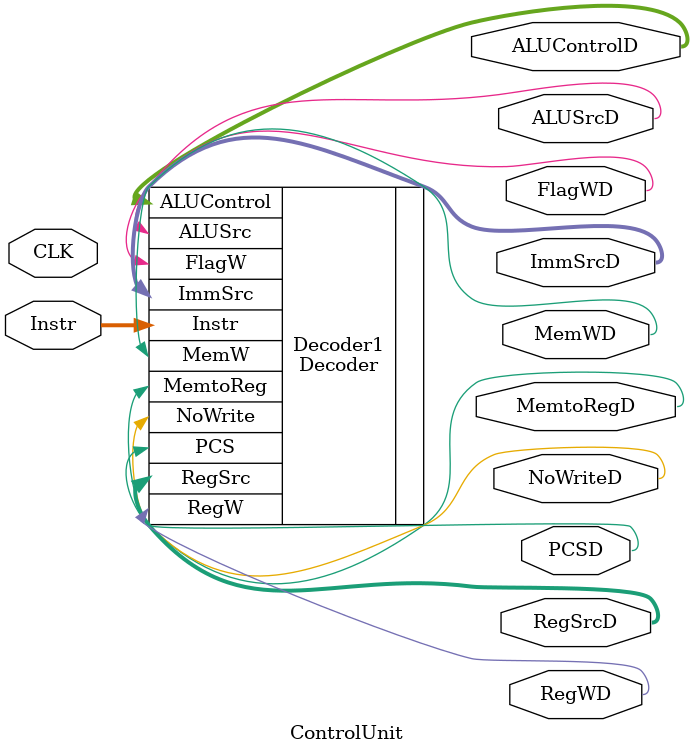
<source format=v>
module ControlUnit(
    input [31:0] Instr,
    input CLK,


    output PCSD,
    output RegWD,
    output MemWD, 
    output FlagWD,
    output [1:0]ALUControlD,
    output MemtoRegD,
    output ALUSrcD,
    output [1:0]ImmSrcD,
    output [1:0]RegSrcD,
    output NoWriteD//此处相比图上增加了Nowrite到condunit

    // output MemtoReg,
    // output MemWrite,
    // output ALUSrc,
    // output [1:0] ImmSrc,
    // output RegWrite,
    // output [1:0] RegSrc,
    // output [1:0] ALUControl,	
    // output PCSrc

    ); 
    
    // CondLogic CondLogic1(
    //  .CLK(CLK),
    //  .PCS(PCS),
    //  .RegW(RegW),
    //  .MemW(MemW),
    //  .FlagW(FlagW),
    //  .Cond(Cond),
    //  .ALUFlags(ALUFlags),
    //  .NoWrite(NoWrite),

    //  .PCSrc(PCSrc),
    //  .RegWrite(RegWrite),
    //  .MemWrite(MemWrite)
    // );

    Decoder Decoder1(
     .Instr(Instr),
     .PCS(PCSD),
     .RegW(RegWD),
     .MemW(MemWD),
     .MemtoReg(MemtoRegD),
     .ALUSrc(ALUSrcD),
     .ImmSrc(ImmSrcD),
     .RegSrc(RegSrcD),
     .ALUControl(ALUControlD),
     .FlagW(FlagWD),
     .NoWrite(NoWriteD)
    );
endmodule
</source>
